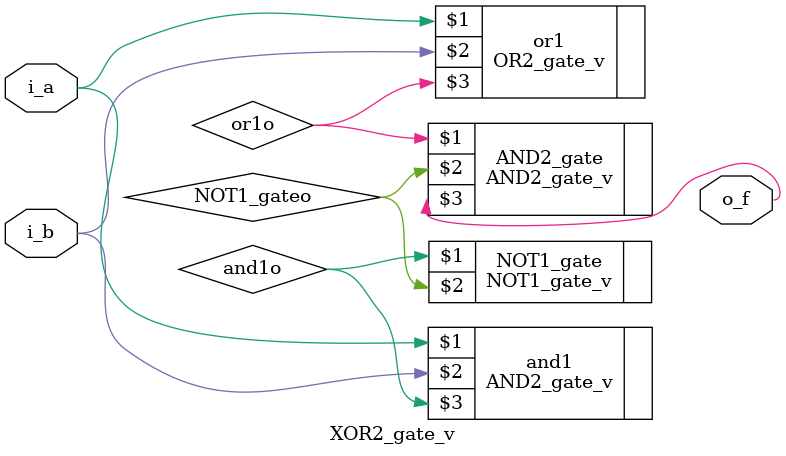
<source format=v>

module XOR2_gate_v
  (input i_a, i_b,
   output o_f);
     
  wire or1o, and1o, NOT1_gateo; // internal outputs
   
  OR2_gate_v or1   (i_a  , i_b  , or1o );
  AND2_gate_v and1 (i_a  , i_b  , and1o);
  NOT1_gate_v NOT1_gate (and1o, NOT1_gateo       );
  AND2_gate_v AND2_gate (or1o , NOT1_gateo, o_f  );
  
endmodule








</source>
